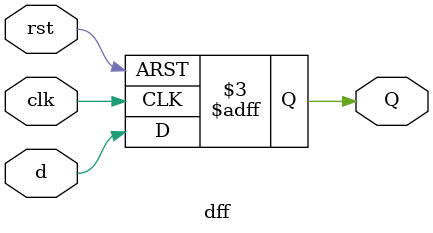
<source format=v>
`timescale 1ns / 1ps


module dff(
    input clk,rst,d,
    output reg Q
    );
always@(posedge clk or posedge rst)
begin
if(rst == 1'b1)
  begin
     Q <= 1'b0;
  end
else begin
    Q <= d; 
  end
end
endmodule

</source>
